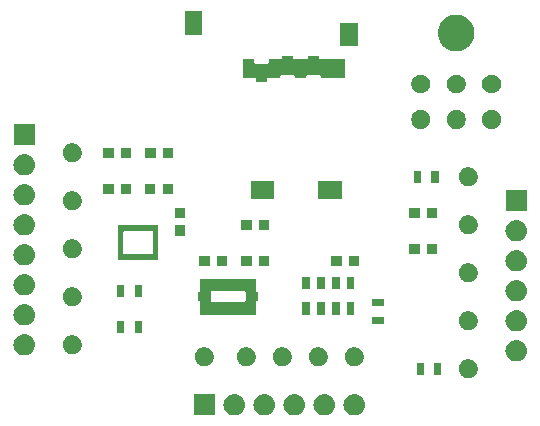
<source format=gbr>
G04 #@! TF.GenerationSoftware,KiCad,Pcbnew,(5.0.2)-1*
G04 #@! TF.CreationDate,2019-03-06T23:20:25-07:00*
G04 #@! TF.ProjectId,Sensor_Board,53656e73-6f72-45f4-926f-6172642e6b69,rev?*
G04 #@! TF.SameCoordinates,Original*
G04 #@! TF.FileFunction,Soldermask,Top*
G04 #@! TF.FilePolarity,Negative*
%FSLAX46Y46*%
G04 Gerber Fmt 4.6, Leading zero omitted, Abs format (unit mm)*
G04 Created by KiCad (PCBNEW (5.0.2)-1) date 2019-03-06 11:20:25 PM*
%MOMM*%
%LPD*%
G01*
G04 APERTURE LIST*
%ADD10C,0.100000*%
G04 APERTURE END LIST*
D10*
G36*
X100977000Y-119265000D02*
X99175000Y-119265000D01*
X99175000Y-117463000D01*
X100977000Y-117463000D01*
X100977000Y-119265000D01*
X100977000Y-119265000D01*
G37*
G36*
X110346442Y-117469518D02*
X110412627Y-117476037D01*
X110525853Y-117510384D01*
X110582467Y-117527557D01*
X110721087Y-117601652D01*
X110738991Y-117611222D01*
X110774729Y-117640552D01*
X110876186Y-117723814D01*
X110959448Y-117825271D01*
X110988778Y-117861009D01*
X110988779Y-117861011D01*
X111072443Y-118017533D01*
X111072443Y-118017534D01*
X111123963Y-118187373D01*
X111141359Y-118364000D01*
X111123963Y-118540627D01*
X111089616Y-118653853D01*
X111072443Y-118710467D01*
X110998348Y-118849087D01*
X110988778Y-118866991D01*
X110959448Y-118902729D01*
X110876186Y-119004186D01*
X110774729Y-119087448D01*
X110738991Y-119116778D01*
X110738989Y-119116779D01*
X110582467Y-119200443D01*
X110525853Y-119217616D01*
X110412627Y-119251963D01*
X110346443Y-119258481D01*
X110280260Y-119265000D01*
X110191740Y-119265000D01*
X110125557Y-119258481D01*
X110059373Y-119251963D01*
X109946147Y-119217616D01*
X109889533Y-119200443D01*
X109733011Y-119116779D01*
X109733009Y-119116778D01*
X109697271Y-119087448D01*
X109595814Y-119004186D01*
X109512552Y-118902729D01*
X109483222Y-118866991D01*
X109473652Y-118849087D01*
X109399557Y-118710467D01*
X109382384Y-118653853D01*
X109348037Y-118540627D01*
X109330641Y-118364000D01*
X109348037Y-118187373D01*
X109399557Y-118017534D01*
X109399557Y-118017533D01*
X109483221Y-117861011D01*
X109483222Y-117861009D01*
X109512552Y-117825271D01*
X109595814Y-117723814D01*
X109697271Y-117640552D01*
X109733009Y-117611222D01*
X109750913Y-117601652D01*
X109889533Y-117527557D01*
X109946147Y-117510384D01*
X110059373Y-117476037D01*
X110125558Y-117469518D01*
X110191740Y-117463000D01*
X110280260Y-117463000D01*
X110346442Y-117469518D01*
X110346442Y-117469518D01*
G37*
G36*
X112886442Y-117469518D02*
X112952627Y-117476037D01*
X113065853Y-117510384D01*
X113122467Y-117527557D01*
X113261087Y-117601652D01*
X113278991Y-117611222D01*
X113314729Y-117640552D01*
X113416186Y-117723814D01*
X113499448Y-117825271D01*
X113528778Y-117861009D01*
X113528779Y-117861011D01*
X113612443Y-118017533D01*
X113612443Y-118017534D01*
X113663963Y-118187373D01*
X113681359Y-118364000D01*
X113663963Y-118540627D01*
X113629616Y-118653853D01*
X113612443Y-118710467D01*
X113538348Y-118849087D01*
X113528778Y-118866991D01*
X113499448Y-118902729D01*
X113416186Y-119004186D01*
X113314729Y-119087448D01*
X113278991Y-119116778D01*
X113278989Y-119116779D01*
X113122467Y-119200443D01*
X113065853Y-119217616D01*
X112952627Y-119251963D01*
X112886443Y-119258481D01*
X112820260Y-119265000D01*
X112731740Y-119265000D01*
X112665557Y-119258481D01*
X112599373Y-119251963D01*
X112486147Y-119217616D01*
X112429533Y-119200443D01*
X112273011Y-119116779D01*
X112273009Y-119116778D01*
X112237271Y-119087448D01*
X112135814Y-119004186D01*
X112052552Y-118902729D01*
X112023222Y-118866991D01*
X112013652Y-118849087D01*
X111939557Y-118710467D01*
X111922384Y-118653853D01*
X111888037Y-118540627D01*
X111870641Y-118364000D01*
X111888037Y-118187373D01*
X111939557Y-118017534D01*
X111939557Y-118017533D01*
X112023221Y-117861011D01*
X112023222Y-117861009D01*
X112052552Y-117825271D01*
X112135814Y-117723814D01*
X112237271Y-117640552D01*
X112273009Y-117611222D01*
X112290913Y-117601652D01*
X112429533Y-117527557D01*
X112486147Y-117510384D01*
X112599373Y-117476037D01*
X112665558Y-117469518D01*
X112731740Y-117463000D01*
X112820260Y-117463000D01*
X112886442Y-117469518D01*
X112886442Y-117469518D01*
G37*
G36*
X107806442Y-117469518D02*
X107872627Y-117476037D01*
X107985853Y-117510384D01*
X108042467Y-117527557D01*
X108181087Y-117601652D01*
X108198991Y-117611222D01*
X108234729Y-117640552D01*
X108336186Y-117723814D01*
X108419448Y-117825271D01*
X108448778Y-117861009D01*
X108448779Y-117861011D01*
X108532443Y-118017533D01*
X108532443Y-118017534D01*
X108583963Y-118187373D01*
X108601359Y-118364000D01*
X108583963Y-118540627D01*
X108549616Y-118653853D01*
X108532443Y-118710467D01*
X108458348Y-118849087D01*
X108448778Y-118866991D01*
X108419448Y-118902729D01*
X108336186Y-119004186D01*
X108234729Y-119087448D01*
X108198991Y-119116778D01*
X108198989Y-119116779D01*
X108042467Y-119200443D01*
X107985853Y-119217616D01*
X107872627Y-119251963D01*
X107806443Y-119258481D01*
X107740260Y-119265000D01*
X107651740Y-119265000D01*
X107585557Y-119258481D01*
X107519373Y-119251963D01*
X107406147Y-119217616D01*
X107349533Y-119200443D01*
X107193011Y-119116779D01*
X107193009Y-119116778D01*
X107157271Y-119087448D01*
X107055814Y-119004186D01*
X106972552Y-118902729D01*
X106943222Y-118866991D01*
X106933652Y-118849087D01*
X106859557Y-118710467D01*
X106842384Y-118653853D01*
X106808037Y-118540627D01*
X106790641Y-118364000D01*
X106808037Y-118187373D01*
X106859557Y-118017534D01*
X106859557Y-118017533D01*
X106943221Y-117861011D01*
X106943222Y-117861009D01*
X106972552Y-117825271D01*
X107055814Y-117723814D01*
X107157271Y-117640552D01*
X107193009Y-117611222D01*
X107210913Y-117601652D01*
X107349533Y-117527557D01*
X107406147Y-117510384D01*
X107519373Y-117476037D01*
X107585558Y-117469518D01*
X107651740Y-117463000D01*
X107740260Y-117463000D01*
X107806442Y-117469518D01*
X107806442Y-117469518D01*
G37*
G36*
X102726442Y-117469518D02*
X102792627Y-117476037D01*
X102905853Y-117510384D01*
X102962467Y-117527557D01*
X103101087Y-117601652D01*
X103118991Y-117611222D01*
X103154729Y-117640552D01*
X103256186Y-117723814D01*
X103339448Y-117825271D01*
X103368778Y-117861009D01*
X103368779Y-117861011D01*
X103452443Y-118017533D01*
X103452443Y-118017534D01*
X103503963Y-118187373D01*
X103521359Y-118364000D01*
X103503963Y-118540627D01*
X103469616Y-118653853D01*
X103452443Y-118710467D01*
X103378348Y-118849087D01*
X103368778Y-118866991D01*
X103339448Y-118902729D01*
X103256186Y-119004186D01*
X103154729Y-119087448D01*
X103118991Y-119116778D01*
X103118989Y-119116779D01*
X102962467Y-119200443D01*
X102905853Y-119217616D01*
X102792627Y-119251963D01*
X102726443Y-119258481D01*
X102660260Y-119265000D01*
X102571740Y-119265000D01*
X102505557Y-119258481D01*
X102439373Y-119251963D01*
X102326147Y-119217616D01*
X102269533Y-119200443D01*
X102113011Y-119116779D01*
X102113009Y-119116778D01*
X102077271Y-119087448D01*
X101975814Y-119004186D01*
X101892552Y-118902729D01*
X101863222Y-118866991D01*
X101853652Y-118849087D01*
X101779557Y-118710467D01*
X101762384Y-118653853D01*
X101728037Y-118540627D01*
X101710641Y-118364000D01*
X101728037Y-118187373D01*
X101779557Y-118017534D01*
X101779557Y-118017533D01*
X101863221Y-117861011D01*
X101863222Y-117861009D01*
X101892552Y-117825271D01*
X101975814Y-117723814D01*
X102077271Y-117640552D01*
X102113009Y-117611222D01*
X102130913Y-117601652D01*
X102269533Y-117527557D01*
X102326147Y-117510384D01*
X102439373Y-117476037D01*
X102505558Y-117469518D01*
X102571740Y-117463000D01*
X102660260Y-117463000D01*
X102726442Y-117469518D01*
X102726442Y-117469518D01*
G37*
G36*
X105266442Y-117469518D02*
X105332627Y-117476037D01*
X105445853Y-117510384D01*
X105502467Y-117527557D01*
X105641087Y-117601652D01*
X105658991Y-117611222D01*
X105694729Y-117640552D01*
X105796186Y-117723814D01*
X105879448Y-117825271D01*
X105908778Y-117861009D01*
X105908779Y-117861011D01*
X105992443Y-118017533D01*
X105992443Y-118017534D01*
X106043963Y-118187373D01*
X106061359Y-118364000D01*
X106043963Y-118540627D01*
X106009616Y-118653853D01*
X105992443Y-118710467D01*
X105918348Y-118849087D01*
X105908778Y-118866991D01*
X105879448Y-118902729D01*
X105796186Y-119004186D01*
X105694729Y-119087448D01*
X105658991Y-119116778D01*
X105658989Y-119116779D01*
X105502467Y-119200443D01*
X105445853Y-119217616D01*
X105332627Y-119251963D01*
X105266443Y-119258481D01*
X105200260Y-119265000D01*
X105111740Y-119265000D01*
X105045557Y-119258481D01*
X104979373Y-119251963D01*
X104866147Y-119217616D01*
X104809533Y-119200443D01*
X104653011Y-119116779D01*
X104653009Y-119116778D01*
X104617271Y-119087448D01*
X104515814Y-119004186D01*
X104432552Y-118902729D01*
X104403222Y-118866991D01*
X104393652Y-118849087D01*
X104319557Y-118710467D01*
X104302384Y-118653853D01*
X104268037Y-118540627D01*
X104250641Y-118364000D01*
X104268037Y-118187373D01*
X104319557Y-118017534D01*
X104319557Y-118017533D01*
X104403221Y-117861011D01*
X104403222Y-117861009D01*
X104432552Y-117825271D01*
X104515814Y-117723814D01*
X104617271Y-117640552D01*
X104653009Y-117611222D01*
X104670913Y-117601652D01*
X104809533Y-117527557D01*
X104866147Y-117510384D01*
X104979373Y-117476037D01*
X105045558Y-117469518D01*
X105111740Y-117463000D01*
X105200260Y-117463000D01*
X105266442Y-117469518D01*
X105266442Y-117469518D01*
G37*
G36*
X122661643Y-114545781D02*
X122807415Y-114606162D01*
X122938611Y-114693824D01*
X123050176Y-114805389D01*
X123137838Y-114936585D01*
X123198219Y-115082357D01*
X123229000Y-115237107D01*
X123229000Y-115394893D01*
X123198219Y-115549643D01*
X123137838Y-115695415D01*
X123050176Y-115826611D01*
X122938611Y-115938176D01*
X122807415Y-116025838D01*
X122661643Y-116086219D01*
X122506893Y-116117000D01*
X122349107Y-116117000D01*
X122194357Y-116086219D01*
X122048585Y-116025838D01*
X121917389Y-115938176D01*
X121805824Y-115826611D01*
X121718162Y-115695415D01*
X121657781Y-115549643D01*
X121627000Y-115394893D01*
X121627000Y-115237107D01*
X121657781Y-115082357D01*
X121718162Y-114936585D01*
X121805824Y-114805389D01*
X121917389Y-114693824D01*
X122048585Y-114606162D01*
X122194357Y-114545781D01*
X122349107Y-114515000D01*
X122506893Y-114515000D01*
X122661643Y-114545781D01*
X122661643Y-114545781D01*
G37*
G36*
X120165000Y-115817000D02*
X119563000Y-115817000D01*
X119563000Y-114815000D01*
X120165000Y-114815000D01*
X120165000Y-115817000D01*
X120165000Y-115817000D01*
G37*
G36*
X118665000Y-115817000D02*
X118063000Y-115817000D01*
X118063000Y-114815000D01*
X118665000Y-114815000D01*
X118665000Y-115817000D01*
X118665000Y-115817000D01*
G37*
G36*
X113009643Y-113529781D02*
X113155415Y-113590162D01*
X113286611Y-113677824D01*
X113398176Y-113789389D01*
X113485838Y-113920585D01*
X113546219Y-114066357D01*
X113577000Y-114221107D01*
X113577000Y-114378893D01*
X113546219Y-114533643D01*
X113485838Y-114679415D01*
X113398176Y-114810611D01*
X113286611Y-114922176D01*
X113155415Y-115009838D01*
X113009643Y-115070219D01*
X112854893Y-115101000D01*
X112697107Y-115101000D01*
X112542357Y-115070219D01*
X112396585Y-115009838D01*
X112265389Y-114922176D01*
X112153824Y-114810611D01*
X112066162Y-114679415D01*
X112005781Y-114533643D01*
X111975000Y-114378893D01*
X111975000Y-114221107D01*
X112005781Y-114066357D01*
X112066162Y-113920585D01*
X112153824Y-113789389D01*
X112265389Y-113677824D01*
X112396585Y-113590162D01*
X112542357Y-113529781D01*
X112697107Y-113499000D01*
X112854893Y-113499000D01*
X113009643Y-113529781D01*
X113009643Y-113529781D01*
G37*
G36*
X103865643Y-113529781D02*
X104011415Y-113590162D01*
X104142611Y-113677824D01*
X104254176Y-113789389D01*
X104341838Y-113920585D01*
X104402219Y-114066357D01*
X104433000Y-114221107D01*
X104433000Y-114378893D01*
X104402219Y-114533643D01*
X104341838Y-114679415D01*
X104254176Y-114810611D01*
X104142611Y-114922176D01*
X104011415Y-115009838D01*
X103865643Y-115070219D01*
X103710893Y-115101000D01*
X103553107Y-115101000D01*
X103398357Y-115070219D01*
X103252585Y-115009838D01*
X103121389Y-114922176D01*
X103009824Y-114810611D01*
X102922162Y-114679415D01*
X102861781Y-114533643D01*
X102831000Y-114378893D01*
X102831000Y-114221107D01*
X102861781Y-114066357D01*
X102922162Y-113920585D01*
X103009824Y-113789389D01*
X103121389Y-113677824D01*
X103252585Y-113590162D01*
X103398357Y-113529781D01*
X103553107Y-113499000D01*
X103710893Y-113499000D01*
X103865643Y-113529781D01*
X103865643Y-113529781D01*
G37*
G36*
X109961643Y-113529781D02*
X110107415Y-113590162D01*
X110238611Y-113677824D01*
X110350176Y-113789389D01*
X110437838Y-113920585D01*
X110498219Y-114066357D01*
X110529000Y-114221107D01*
X110529000Y-114378893D01*
X110498219Y-114533643D01*
X110437838Y-114679415D01*
X110350176Y-114810611D01*
X110238611Y-114922176D01*
X110107415Y-115009838D01*
X109961643Y-115070219D01*
X109806893Y-115101000D01*
X109649107Y-115101000D01*
X109494357Y-115070219D01*
X109348585Y-115009838D01*
X109217389Y-114922176D01*
X109105824Y-114810611D01*
X109018162Y-114679415D01*
X108957781Y-114533643D01*
X108927000Y-114378893D01*
X108927000Y-114221107D01*
X108957781Y-114066357D01*
X109018162Y-113920585D01*
X109105824Y-113789389D01*
X109217389Y-113677824D01*
X109348585Y-113590162D01*
X109494357Y-113529781D01*
X109649107Y-113499000D01*
X109806893Y-113499000D01*
X109961643Y-113529781D01*
X109961643Y-113529781D01*
G37*
G36*
X106913643Y-113529781D02*
X107059415Y-113590162D01*
X107190611Y-113677824D01*
X107302176Y-113789389D01*
X107389838Y-113920585D01*
X107450219Y-114066357D01*
X107481000Y-114221107D01*
X107481000Y-114378893D01*
X107450219Y-114533643D01*
X107389838Y-114679415D01*
X107302176Y-114810611D01*
X107190611Y-114922176D01*
X107059415Y-115009838D01*
X106913643Y-115070219D01*
X106758893Y-115101000D01*
X106601107Y-115101000D01*
X106446357Y-115070219D01*
X106300585Y-115009838D01*
X106169389Y-114922176D01*
X106057824Y-114810611D01*
X105970162Y-114679415D01*
X105909781Y-114533643D01*
X105879000Y-114378893D01*
X105879000Y-114221107D01*
X105909781Y-114066357D01*
X105970162Y-113920585D01*
X106057824Y-113789389D01*
X106169389Y-113677824D01*
X106300585Y-113590162D01*
X106446357Y-113529781D01*
X106601107Y-113499000D01*
X106758893Y-113499000D01*
X106913643Y-113529781D01*
X106913643Y-113529781D01*
G37*
G36*
X100309643Y-113529781D02*
X100455415Y-113590162D01*
X100586611Y-113677824D01*
X100698176Y-113789389D01*
X100785838Y-113920585D01*
X100846219Y-114066357D01*
X100877000Y-114221107D01*
X100877000Y-114378893D01*
X100846219Y-114533643D01*
X100785838Y-114679415D01*
X100698176Y-114810611D01*
X100586611Y-114922176D01*
X100455415Y-115009838D01*
X100309643Y-115070219D01*
X100154893Y-115101000D01*
X99997107Y-115101000D01*
X99842357Y-115070219D01*
X99696585Y-115009838D01*
X99565389Y-114922176D01*
X99453824Y-114810611D01*
X99366162Y-114679415D01*
X99305781Y-114533643D01*
X99275000Y-114378893D01*
X99275000Y-114221107D01*
X99305781Y-114066357D01*
X99366162Y-113920585D01*
X99453824Y-113789389D01*
X99565389Y-113677824D01*
X99696585Y-113590162D01*
X99842357Y-113529781D01*
X99997107Y-113499000D01*
X100154893Y-113499000D01*
X100309643Y-113529781D01*
X100309643Y-113529781D01*
G37*
G36*
X126602442Y-112897518D02*
X126668627Y-112904037D01*
X126779049Y-112937533D01*
X126838467Y-112955557D01*
X126977087Y-113029652D01*
X126994991Y-113039222D01*
X127030729Y-113068552D01*
X127132186Y-113151814D01*
X127215448Y-113253271D01*
X127244778Y-113289009D01*
X127244779Y-113289011D01*
X127328443Y-113445533D01*
X127344662Y-113499000D01*
X127379963Y-113615373D01*
X127397359Y-113792000D01*
X127379963Y-113968627D01*
X127359289Y-114036779D01*
X127328443Y-114138467D01*
X127303570Y-114185000D01*
X127244778Y-114294991D01*
X127215448Y-114330729D01*
X127132186Y-114432186D01*
X127031275Y-114515000D01*
X126994991Y-114544778D01*
X126993113Y-114545782D01*
X126838467Y-114628443D01*
X126781853Y-114645616D01*
X126668627Y-114679963D01*
X126602443Y-114686481D01*
X126536260Y-114693000D01*
X126447740Y-114693000D01*
X126381557Y-114686481D01*
X126315373Y-114679963D01*
X126202147Y-114645616D01*
X126145533Y-114628443D01*
X125990887Y-114545782D01*
X125989009Y-114544778D01*
X125952725Y-114515000D01*
X125851814Y-114432186D01*
X125768552Y-114330729D01*
X125739222Y-114294991D01*
X125680430Y-114185000D01*
X125655557Y-114138467D01*
X125624711Y-114036779D01*
X125604037Y-113968627D01*
X125586641Y-113792000D01*
X125604037Y-113615373D01*
X125639338Y-113499000D01*
X125655557Y-113445533D01*
X125739221Y-113289011D01*
X125739222Y-113289009D01*
X125768552Y-113253271D01*
X125851814Y-113151814D01*
X125953271Y-113068552D01*
X125989009Y-113039222D01*
X126006913Y-113029652D01*
X126145533Y-112955557D01*
X126204951Y-112937533D01*
X126315373Y-112904037D01*
X126381558Y-112897518D01*
X126447740Y-112891000D01*
X126536260Y-112891000D01*
X126602442Y-112897518D01*
X126602442Y-112897518D01*
G37*
G36*
X84946443Y-112389519D02*
X85012627Y-112396037D01*
X85125853Y-112430384D01*
X85182467Y-112447557D01*
X85306363Y-112513782D01*
X85338991Y-112531222D01*
X85374729Y-112560552D01*
X85476186Y-112643814D01*
X85559448Y-112745271D01*
X85588778Y-112781009D01*
X85588779Y-112781011D01*
X85672443Y-112937533D01*
X85672443Y-112937534D01*
X85723963Y-113107373D01*
X85741359Y-113284000D01*
X85723963Y-113460627D01*
X85706667Y-113517643D01*
X85672443Y-113630467D01*
X85598348Y-113769087D01*
X85588778Y-113786991D01*
X85582524Y-113794611D01*
X85476186Y-113924186D01*
X85374729Y-114007448D01*
X85338991Y-114036778D01*
X85338989Y-114036779D01*
X85182467Y-114120443D01*
X85125853Y-114137616D01*
X85012627Y-114171963D01*
X84946442Y-114178482D01*
X84880260Y-114185000D01*
X84791740Y-114185000D01*
X84725558Y-114178482D01*
X84659373Y-114171963D01*
X84546147Y-114137616D01*
X84489533Y-114120443D01*
X84333011Y-114036779D01*
X84333009Y-114036778D01*
X84297271Y-114007448D01*
X84195814Y-113924186D01*
X84089476Y-113794611D01*
X84083222Y-113786991D01*
X84073652Y-113769087D01*
X83999557Y-113630467D01*
X83965333Y-113517643D01*
X83948037Y-113460627D01*
X83930641Y-113284000D01*
X83948037Y-113107373D01*
X83999557Y-112937534D01*
X83999557Y-112937533D01*
X84083221Y-112781011D01*
X84083222Y-112781009D01*
X84112552Y-112745271D01*
X84195814Y-112643814D01*
X84297271Y-112560552D01*
X84333009Y-112531222D01*
X84365637Y-112513782D01*
X84489533Y-112447557D01*
X84546147Y-112430384D01*
X84659373Y-112396037D01*
X84725557Y-112389519D01*
X84791740Y-112383000D01*
X84880260Y-112383000D01*
X84946443Y-112389519D01*
X84946443Y-112389519D01*
G37*
G36*
X89133643Y-112513781D02*
X89279415Y-112574162D01*
X89410611Y-112661824D01*
X89522176Y-112773389D01*
X89609838Y-112904585D01*
X89670219Y-113050357D01*
X89701000Y-113205107D01*
X89701000Y-113362893D01*
X89670219Y-113517643D01*
X89609838Y-113663415D01*
X89522176Y-113794611D01*
X89410611Y-113906176D01*
X89279415Y-113993838D01*
X89133643Y-114054219D01*
X88978893Y-114085000D01*
X88821107Y-114085000D01*
X88666357Y-114054219D01*
X88520585Y-113993838D01*
X88389389Y-113906176D01*
X88277824Y-113794611D01*
X88190162Y-113663415D01*
X88129781Y-113517643D01*
X88099000Y-113362893D01*
X88099000Y-113205107D01*
X88129781Y-113050357D01*
X88190162Y-112904585D01*
X88277824Y-112773389D01*
X88389389Y-112661824D01*
X88520585Y-112574162D01*
X88666357Y-112513781D01*
X88821107Y-112483000D01*
X88978893Y-112483000D01*
X89133643Y-112513781D01*
X89133643Y-112513781D01*
G37*
G36*
X94789000Y-112261000D02*
X94187000Y-112261000D01*
X94187000Y-111259000D01*
X94789000Y-111259000D01*
X94789000Y-112261000D01*
X94789000Y-112261000D01*
G37*
G36*
X93289000Y-112261000D02*
X92687000Y-112261000D01*
X92687000Y-111259000D01*
X93289000Y-111259000D01*
X93289000Y-112261000D01*
X93289000Y-112261000D01*
G37*
G36*
X126602443Y-110357519D02*
X126668627Y-110364037D01*
X126779049Y-110397533D01*
X126838467Y-110415557D01*
X126962363Y-110481782D01*
X126994991Y-110499222D01*
X127030729Y-110528552D01*
X127132186Y-110611814D01*
X127215448Y-110713271D01*
X127244778Y-110749009D01*
X127244779Y-110749011D01*
X127328443Y-110905533D01*
X127342235Y-110951000D01*
X127379963Y-111075373D01*
X127397359Y-111252000D01*
X127379963Y-111428627D01*
X127359289Y-111496779D01*
X127328443Y-111598467D01*
X127303570Y-111645000D01*
X127244778Y-111754991D01*
X127238524Y-111762611D01*
X127132186Y-111892186D01*
X127030729Y-111975448D01*
X126994991Y-112004778D01*
X126994989Y-112004779D01*
X126838467Y-112088443D01*
X126781853Y-112105616D01*
X126668627Y-112139963D01*
X126602443Y-112146481D01*
X126536260Y-112153000D01*
X126447740Y-112153000D01*
X126381557Y-112146481D01*
X126315373Y-112139963D01*
X126202147Y-112105616D01*
X126145533Y-112088443D01*
X125989011Y-112004779D01*
X125989009Y-112004778D01*
X125953271Y-111975448D01*
X125851814Y-111892186D01*
X125745476Y-111762611D01*
X125739222Y-111754991D01*
X125680430Y-111645000D01*
X125655557Y-111598467D01*
X125624711Y-111496779D01*
X125604037Y-111428627D01*
X125586641Y-111252000D01*
X125604037Y-111075373D01*
X125641765Y-110951000D01*
X125655557Y-110905533D01*
X125739221Y-110749011D01*
X125739222Y-110749009D01*
X125768552Y-110713271D01*
X125851814Y-110611814D01*
X125953271Y-110528552D01*
X125989009Y-110499222D01*
X126021637Y-110481782D01*
X126145533Y-110415557D01*
X126204951Y-110397533D01*
X126315373Y-110364037D01*
X126381557Y-110357519D01*
X126447740Y-110351000D01*
X126536260Y-110351000D01*
X126602443Y-110357519D01*
X126602443Y-110357519D01*
G37*
G36*
X122661643Y-110481781D02*
X122807415Y-110542162D01*
X122938611Y-110629824D01*
X123050176Y-110741389D01*
X123137838Y-110872585D01*
X123198219Y-111018357D01*
X123229000Y-111173107D01*
X123229000Y-111330893D01*
X123198219Y-111485643D01*
X123137838Y-111631415D01*
X123050176Y-111762611D01*
X122938611Y-111874176D01*
X122807415Y-111961838D01*
X122661643Y-112022219D01*
X122506893Y-112053000D01*
X122349107Y-112053000D01*
X122194357Y-112022219D01*
X122048585Y-111961838D01*
X121917389Y-111874176D01*
X121805824Y-111762611D01*
X121718162Y-111631415D01*
X121657781Y-111485643D01*
X121627000Y-111330893D01*
X121627000Y-111173107D01*
X121657781Y-111018357D01*
X121718162Y-110872585D01*
X121805824Y-110741389D01*
X121917389Y-110629824D01*
X122048585Y-110542162D01*
X122194357Y-110481781D01*
X122349107Y-110451000D01*
X122506893Y-110451000D01*
X122661643Y-110481781D01*
X122661643Y-110481781D01*
G37*
G36*
X84946443Y-109849519D02*
X85012627Y-109856037D01*
X85125853Y-109890384D01*
X85182467Y-109907557D01*
X85321087Y-109981652D01*
X85338991Y-109991222D01*
X85374729Y-110020552D01*
X85476186Y-110103814D01*
X85559448Y-110205271D01*
X85588778Y-110241009D01*
X85588779Y-110241011D01*
X85672443Y-110397533D01*
X85672443Y-110397534D01*
X85723963Y-110567373D01*
X85741359Y-110744000D01*
X85723963Y-110920627D01*
X85714749Y-110951000D01*
X85672443Y-111090467D01*
X85628270Y-111173107D01*
X85588778Y-111246991D01*
X85584667Y-111252000D01*
X85476186Y-111384186D01*
X85374729Y-111467448D01*
X85338991Y-111496778D01*
X85338989Y-111496779D01*
X85182467Y-111580443D01*
X85125853Y-111597616D01*
X85012627Y-111631963D01*
X84946443Y-111638481D01*
X84880260Y-111645000D01*
X84791740Y-111645000D01*
X84725557Y-111638481D01*
X84659373Y-111631963D01*
X84546147Y-111597616D01*
X84489533Y-111580443D01*
X84333011Y-111496779D01*
X84333009Y-111496778D01*
X84297271Y-111467448D01*
X84195814Y-111384186D01*
X84087333Y-111252000D01*
X84083222Y-111246991D01*
X84043730Y-111173107D01*
X83999557Y-111090467D01*
X83957251Y-110951000D01*
X83948037Y-110920627D01*
X83930641Y-110744000D01*
X83948037Y-110567373D01*
X83999557Y-110397534D01*
X83999557Y-110397533D01*
X84083221Y-110241011D01*
X84083222Y-110241009D01*
X84112552Y-110205271D01*
X84195814Y-110103814D01*
X84297271Y-110020552D01*
X84333009Y-109991222D01*
X84350913Y-109981652D01*
X84489533Y-109907557D01*
X84546147Y-109890384D01*
X84659373Y-109856037D01*
X84725557Y-109849519D01*
X84791740Y-109843000D01*
X84880260Y-109843000D01*
X84946443Y-109849519D01*
X84946443Y-109849519D01*
G37*
G36*
X115309000Y-111553000D02*
X114307000Y-111553000D01*
X114307000Y-110951000D01*
X115309000Y-110951000D01*
X115309000Y-111553000D01*
X115309000Y-111553000D01*
G37*
G36*
X112788000Y-110762000D02*
X112136000Y-110762000D01*
X112136000Y-109710000D01*
X112788000Y-109710000D01*
X112788000Y-110762000D01*
X112788000Y-110762000D01*
G37*
G36*
X111538000Y-110762000D02*
X110886000Y-110762000D01*
X110886000Y-109710000D01*
X111538000Y-109710000D01*
X111538000Y-110762000D01*
X111538000Y-110762000D01*
G37*
G36*
X110288000Y-110762000D02*
X109636000Y-110762000D01*
X109636000Y-109710000D01*
X110288000Y-109710000D01*
X110288000Y-110762000D01*
X110288000Y-110762000D01*
G37*
G36*
X109038000Y-110762000D02*
X108386000Y-110762000D01*
X108386000Y-109710000D01*
X109038000Y-109710000D01*
X109038000Y-110762000D01*
X109038000Y-110762000D01*
G37*
G36*
X104459000Y-108744000D02*
X104461402Y-108768386D01*
X104468515Y-108791835D01*
X104480066Y-108813446D01*
X104495612Y-108832388D01*
X104514554Y-108847934D01*
X104536165Y-108859485D01*
X104559614Y-108866598D01*
X104584000Y-108869000D01*
X104634000Y-108869000D01*
X104634000Y-109571000D01*
X104584000Y-109571000D01*
X104559614Y-109573402D01*
X104536165Y-109580515D01*
X104514554Y-109592066D01*
X104495612Y-109607612D01*
X104480066Y-109626554D01*
X104468515Y-109648165D01*
X104461402Y-109671614D01*
X104459000Y-109696000D01*
X104459000Y-110746000D01*
X99757000Y-110746000D01*
X99757000Y-109696000D01*
X99754598Y-109671614D01*
X99747485Y-109648165D01*
X99735934Y-109626554D01*
X99720388Y-109607612D01*
X99701446Y-109592066D01*
X99679835Y-109580515D01*
X99656386Y-109573402D01*
X99632000Y-109571000D01*
X99582000Y-109571000D01*
X99582000Y-108871000D01*
X100634000Y-108871000D01*
X100634000Y-109569000D01*
X100636402Y-109593386D01*
X100643515Y-109616835D01*
X100655066Y-109638446D01*
X100670612Y-109657388D01*
X100689554Y-109672934D01*
X100711165Y-109684485D01*
X100734614Y-109691598D01*
X100759000Y-109694000D01*
X103457000Y-109694000D01*
X103481386Y-109691598D01*
X103504835Y-109684485D01*
X103526446Y-109672934D01*
X103545388Y-109657388D01*
X103560934Y-109638446D01*
X103572485Y-109616835D01*
X103579598Y-109593386D01*
X103582000Y-109569000D01*
X103582000Y-108871000D01*
X103579598Y-108846614D01*
X103572485Y-108823165D01*
X103560934Y-108801554D01*
X103545388Y-108782612D01*
X103526446Y-108767066D01*
X103504835Y-108755515D01*
X103481386Y-108748402D01*
X103457000Y-108746000D01*
X100759000Y-108746000D01*
X100734614Y-108748402D01*
X100711165Y-108755515D01*
X100689554Y-108767066D01*
X100670612Y-108782612D01*
X100655066Y-108801554D01*
X100643515Y-108823165D01*
X100636402Y-108846614D01*
X100634000Y-108871000D01*
X99582000Y-108871000D01*
X99582000Y-108869000D01*
X99632000Y-108869000D01*
X99656386Y-108866598D01*
X99679835Y-108859485D01*
X99701446Y-108847934D01*
X99720388Y-108832388D01*
X99735934Y-108813446D01*
X99747485Y-108791835D01*
X99754598Y-108768386D01*
X99757000Y-108744000D01*
X99757000Y-107694000D01*
X104459000Y-107694000D01*
X104459000Y-108744000D01*
X104459000Y-108744000D01*
G37*
G36*
X115309000Y-110053000D02*
X114307000Y-110053000D01*
X114307000Y-109451000D01*
X115309000Y-109451000D01*
X115309000Y-110053000D01*
X115309000Y-110053000D01*
G37*
G36*
X89133643Y-108449781D02*
X89279415Y-108510162D01*
X89410611Y-108597824D01*
X89522176Y-108709389D01*
X89609838Y-108840585D01*
X89670219Y-108986357D01*
X89701000Y-109141107D01*
X89701000Y-109298893D01*
X89670219Y-109453643D01*
X89609838Y-109599415D01*
X89522176Y-109730611D01*
X89410611Y-109842176D01*
X89279415Y-109929838D01*
X89133643Y-109990219D01*
X88978893Y-110021000D01*
X88821107Y-110021000D01*
X88666357Y-109990219D01*
X88520585Y-109929838D01*
X88389389Y-109842176D01*
X88277824Y-109730611D01*
X88190162Y-109599415D01*
X88129781Y-109453643D01*
X88099000Y-109298893D01*
X88099000Y-109141107D01*
X88129781Y-108986357D01*
X88190162Y-108840585D01*
X88277824Y-108709389D01*
X88389389Y-108597824D01*
X88520585Y-108510162D01*
X88666357Y-108449781D01*
X88821107Y-108419000D01*
X88978893Y-108419000D01*
X89133643Y-108449781D01*
X89133643Y-108449781D01*
G37*
G36*
X126602443Y-107817519D02*
X126668627Y-107824037D01*
X126779049Y-107857533D01*
X126838467Y-107875557D01*
X126977087Y-107949652D01*
X126994991Y-107959222D01*
X127030729Y-107988552D01*
X127132186Y-108071814D01*
X127215448Y-108173271D01*
X127244778Y-108209009D01*
X127244779Y-108209011D01*
X127328443Y-108365533D01*
X127344662Y-108419000D01*
X127379963Y-108535373D01*
X127397359Y-108712000D01*
X127379963Y-108888627D01*
X127359289Y-108956779D01*
X127328443Y-109058467D01*
X127303570Y-109105000D01*
X127244778Y-109214991D01*
X127215448Y-109250729D01*
X127132186Y-109352186D01*
X127030729Y-109435448D01*
X126994991Y-109464778D01*
X126994989Y-109464779D01*
X126838467Y-109548443D01*
X126781853Y-109565616D01*
X126668627Y-109599963D01*
X126602442Y-109606482D01*
X126536260Y-109613000D01*
X126447740Y-109613000D01*
X126381558Y-109606482D01*
X126315373Y-109599963D01*
X126202147Y-109565616D01*
X126145533Y-109548443D01*
X125989011Y-109464779D01*
X125989009Y-109464778D01*
X125953271Y-109435448D01*
X125851814Y-109352186D01*
X125768552Y-109250729D01*
X125739222Y-109214991D01*
X125680430Y-109105000D01*
X125655557Y-109058467D01*
X125624711Y-108956779D01*
X125604037Y-108888627D01*
X125586641Y-108712000D01*
X125604037Y-108535373D01*
X125639338Y-108419000D01*
X125655557Y-108365533D01*
X125739221Y-108209011D01*
X125739222Y-108209009D01*
X125768552Y-108173271D01*
X125851814Y-108071814D01*
X125953271Y-107988552D01*
X125989009Y-107959222D01*
X126006913Y-107949652D01*
X126145533Y-107875557D01*
X126204951Y-107857533D01*
X126315373Y-107824037D01*
X126381557Y-107817519D01*
X126447740Y-107811000D01*
X126536260Y-107811000D01*
X126602443Y-107817519D01*
X126602443Y-107817519D01*
G37*
G36*
X94789000Y-109213000D02*
X94187000Y-109213000D01*
X94187000Y-108211000D01*
X94789000Y-108211000D01*
X94789000Y-109213000D01*
X94789000Y-109213000D01*
G37*
G36*
X93289000Y-109213000D02*
X92687000Y-109213000D01*
X92687000Y-108211000D01*
X93289000Y-108211000D01*
X93289000Y-109213000D01*
X93289000Y-109213000D01*
G37*
G36*
X84946442Y-107309518D02*
X85012627Y-107316037D01*
X85125853Y-107350384D01*
X85182467Y-107367557D01*
X85283653Y-107421643D01*
X85338991Y-107451222D01*
X85374729Y-107480552D01*
X85476186Y-107563814D01*
X85559448Y-107665271D01*
X85588778Y-107701009D01*
X85588779Y-107701011D01*
X85672443Y-107857533D01*
X85672443Y-107857534D01*
X85723963Y-108027373D01*
X85741359Y-108204000D01*
X85723963Y-108380627D01*
X85702985Y-108449781D01*
X85672443Y-108550467D01*
X85639552Y-108612000D01*
X85588778Y-108706991D01*
X85584667Y-108712000D01*
X85476186Y-108844186D01*
X85374729Y-108927448D01*
X85338991Y-108956778D01*
X85338989Y-108956779D01*
X85182467Y-109040443D01*
X85125853Y-109057616D01*
X85012627Y-109091963D01*
X84946443Y-109098481D01*
X84880260Y-109105000D01*
X84791740Y-109105000D01*
X84725557Y-109098481D01*
X84659373Y-109091963D01*
X84546147Y-109057616D01*
X84489533Y-109040443D01*
X84333011Y-108956779D01*
X84333009Y-108956778D01*
X84297271Y-108927448D01*
X84195814Y-108844186D01*
X84087333Y-108712000D01*
X84083222Y-108706991D01*
X84032448Y-108612000D01*
X83999557Y-108550467D01*
X83969015Y-108449781D01*
X83948037Y-108380627D01*
X83930641Y-108204000D01*
X83948037Y-108027373D01*
X83999557Y-107857534D01*
X83999557Y-107857533D01*
X84083221Y-107701011D01*
X84083222Y-107701009D01*
X84112552Y-107665271D01*
X84195814Y-107563814D01*
X84297271Y-107480552D01*
X84333009Y-107451222D01*
X84388347Y-107421643D01*
X84489533Y-107367557D01*
X84546147Y-107350384D01*
X84659373Y-107316037D01*
X84725558Y-107309518D01*
X84791740Y-107303000D01*
X84880260Y-107303000D01*
X84946442Y-107309518D01*
X84946442Y-107309518D01*
G37*
G36*
X110288000Y-108612000D02*
X109636000Y-108612000D01*
X109636000Y-107560000D01*
X110288000Y-107560000D01*
X110288000Y-108612000D01*
X110288000Y-108612000D01*
G37*
G36*
X112788000Y-108612000D02*
X112136000Y-108612000D01*
X112136000Y-107560000D01*
X112788000Y-107560000D01*
X112788000Y-108612000D01*
X112788000Y-108612000D01*
G37*
G36*
X111538000Y-108612000D02*
X110886000Y-108612000D01*
X110886000Y-107560000D01*
X111538000Y-107560000D01*
X111538000Y-108612000D01*
X111538000Y-108612000D01*
G37*
G36*
X109038000Y-108612000D02*
X108386000Y-108612000D01*
X108386000Y-107560000D01*
X109038000Y-107560000D01*
X109038000Y-108612000D01*
X109038000Y-108612000D01*
G37*
G36*
X122661643Y-106417781D02*
X122807415Y-106478162D01*
X122938611Y-106565824D01*
X123050176Y-106677389D01*
X123137838Y-106808585D01*
X123198219Y-106954357D01*
X123229000Y-107109107D01*
X123229000Y-107266893D01*
X123198219Y-107421643D01*
X123137838Y-107567415D01*
X123050176Y-107698611D01*
X122938611Y-107810176D01*
X122807415Y-107897838D01*
X122661643Y-107958219D01*
X122506893Y-107989000D01*
X122349107Y-107989000D01*
X122194357Y-107958219D01*
X122048585Y-107897838D01*
X121917389Y-107810176D01*
X121805824Y-107698611D01*
X121718162Y-107567415D01*
X121657781Y-107421643D01*
X121627000Y-107266893D01*
X121627000Y-107109107D01*
X121657781Y-106954357D01*
X121718162Y-106808585D01*
X121805824Y-106677389D01*
X121917389Y-106565824D01*
X122048585Y-106478162D01*
X122194357Y-106417781D01*
X122349107Y-106387000D01*
X122506893Y-106387000D01*
X122661643Y-106417781D01*
X122661643Y-106417781D01*
G37*
G36*
X126602443Y-105277519D02*
X126668627Y-105284037D01*
X126779049Y-105317533D01*
X126838467Y-105335557D01*
X126939653Y-105389643D01*
X126994991Y-105419222D01*
X127030729Y-105448552D01*
X127132186Y-105531814D01*
X127196669Y-105610388D01*
X127244778Y-105669009D01*
X127244779Y-105669011D01*
X127328443Y-105825533D01*
X127340669Y-105865837D01*
X127379963Y-105995373D01*
X127397359Y-106172000D01*
X127379963Y-106348627D01*
X127359289Y-106416779D01*
X127328443Y-106518467D01*
X127285931Y-106598000D01*
X127244778Y-106674991D01*
X127215448Y-106710729D01*
X127132186Y-106812186D01*
X127030729Y-106895448D01*
X126994991Y-106924778D01*
X126994989Y-106924779D01*
X126838467Y-107008443D01*
X126781853Y-107025616D01*
X126668627Y-107059963D01*
X126602443Y-107066481D01*
X126536260Y-107073000D01*
X126447740Y-107073000D01*
X126381557Y-107066481D01*
X126315373Y-107059963D01*
X126202147Y-107025616D01*
X126145533Y-107008443D01*
X125989011Y-106924779D01*
X125989009Y-106924778D01*
X125953271Y-106895448D01*
X125851814Y-106812186D01*
X125768552Y-106710729D01*
X125739222Y-106674991D01*
X125698069Y-106598000D01*
X125655557Y-106518467D01*
X125624711Y-106416779D01*
X125604037Y-106348627D01*
X125586641Y-106172000D01*
X125604037Y-105995373D01*
X125643331Y-105865837D01*
X125655557Y-105825533D01*
X125739221Y-105669011D01*
X125739222Y-105669009D01*
X125787331Y-105610388D01*
X125851814Y-105531814D01*
X125953271Y-105448552D01*
X125989009Y-105419222D01*
X126044347Y-105389643D01*
X126145533Y-105335557D01*
X126204951Y-105317533D01*
X126315373Y-105284037D01*
X126381557Y-105277519D01*
X126447740Y-105271000D01*
X126536260Y-105271000D01*
X126602443Y-105277519D01*
X126602443Y-105277519D01*
G37*
G36*
X111727000Y-106598000D02*
X110825000Y-106598000D01*
X110825000Y-105746000D01*
X111727000Y-105746000D01*
X111727000Y-106598000D01*
X111727000Y-106598000D01*
G37*
G36*
X104107000Y-106598000D02*
X103205000Y-106598000D01*
X103205000Y-105746000D01*
X104107000Y-105746000D01*
X104107000Y-106598000D01*
X104107000Y-106598000D01*
G37*
G36*
X102051000Y-106598000D02*
X101149000Y-106598000D01*
X101149000Y-105746000D01*
X102051000Y-105746000D01*
X102051000Y-106598000D01*
X102051000Y-106598000D01*
G37*
G36*
X113227000Y-106598000D02*
X112325000Y-106598000D01*
X112325000Y-105746000D01*
X113227000Y-105746000D01*
X113227000Y-106598000D01*
X113227000Y-106598000D01*
G37*
G36*
X100551000Y-106598000D02*
X99649000Y-106598000D01*
X99649000Y-105746000D01*
X100551000Y-105746000D01*
X100551000Y-106598000D01*
X100551000Y-106598000D01*
G37*
G36*
X105607000Y-106598000D02*
X104705000Y-106598000D01*
X104705000Y-105746000D01*
X105607000Y-105746000D01*
X105607000Y-106598000D01*
X105607000Y-106598000D01*
G37*
G36*
X84946442Y-104769518D02*
X85012627Y-104776037D01*
X85125853Y-104810384D01*
X85182467Y-104827557D01*
X85321087Y-104901652D01*
X85338991Y-104911222D01*
X85374729Y-104940552D01*
X85476186Y-105023814D01*
X85559448Y-105125271D01*
X85588778Y-105161009D01*
X85588779Y-105161011D01*
X85672443Y-105317533D01*
X85672443Y-105317534D01*
X85723963Y-105487373D01*
X85741359Y-105664000D01*
X85723963Y-105840627D01*
X85716315Y-105865838D01*
X85672443Y-106010467D01*
X85625120Y-106099000D01*
X85588778Y-106166991D01*
X85584667Y-106172000D01*
X85476186Y-106304186D01*
X85375275Y-106387000D01*
X85338991Y-106416778D01*
X85337113Y-106417782D01*
X85182467Y-106500443D01*
X85125853Y-106517616D01*
X85012627Y-106551963D01*
X84946442Y-106558482D01*
X84880260Y-106565000D01*
X84791740Y-106565000D01*
X84725558Y-106558482D01*
X84659373Y-106551963D01*
X84546147Y-106517616D01*
X84489533Y-106500443D01*
X84334887Y-106417782D01*
X84333009Y-106416778D01*
X84296725Y-106387000D01*
X84195814Y-106304186D01*
X84087333Y-106172000D01*
X84083222Y-106166991D01*
X84046880Y-106099000D01*
X83999557Y-106010467D01*
X83955685Y-105865838D01*
X83948037Y-105840627D01*
X83930641Y-105664000D01*
X83948037Y-105487373D01*
X83999557Y-105317534D01*
X83999557Y-105317533D01*
X84083221Y-105161011D01*
X84083222Y-105161009D01*
X84112552Y-105125271D01*
X84195814Y-105023814D01*
X84297271Y-104940552D01*
X84333009Y-104911222D01*
X84350913Y-104901652D01*
X84489533Y-104827557D01*
X84546147Y-104810384D01*
X84659373Y-104776037D01*
X84725558Y-104769518D01*
X84791740Y-104763000D01*
X84880260Y-104763000D01*
X84946442Y-104769518D01*
X84946442Y-104769518D01*
G37*
G36*
X96159000Y-103712000D02*
X96161402Y-103736386D01*
X96168515Y-103759835D01*
X96180066Y-103781446D01*
X96189000Y-103792332D01*
X96189000Y-105503668D01*
X96180066Y-105514554D01*
X96168515Y-105536165D01*
X96161402Y-105559614D01*
X96159000Y-105584000D01*
X96159000Y-106099000D01*
X92817000Y-106099000D01*
X92817000Y-105584000D01*
X92814598Y-105559614D01*
X92807485Y-105536165D01*
X92795934Y-105514554D01*
X92787000Y-105503668D01*
X92787000Y-103792332D01*
X92795934Y-103781446D01*
X92799913Y-103774000D01*
X93239000Y-103774000D01*
X93239000Y-105522000D01*
X93241402Y-105546386D01*
X93248515Y-105569835D01*
X93260066Y-105591446D01*
X93275612Y-105610388D01*
X93294554Y-105625934D01*
X93316165Y-105637485D01*
X93339614Y-105644598D01*
X93364000Y-105647000D01*
X95612000Y-105647000D01*
X95636386Y-105644598D01*
X95659835Y-105637485D01*
X95681446Y-105625934D01*
X95700388Y-105610388D01*
X95715934Y-105591446D01*
X95727485Y-105569835D01*
X95734598Y-105546386D01*
X95737000Y-105522000D01*
X95737000Y-103774000D01*
X95734598Y-103749614D01*
X95727485Y-103726165D01*
X95715934Y-103704554D01*
X95700388Y-103685612D01*
X95681446Y-103670066D01*
X95659835Y-103658515D01*
X95636386Y-103651402D01*
X95612000Y-103649000D01*
X93364000Y-103649000D01*
X93339614Y-103651402D01*
X93316165Y-103658515D01*
X93294554Y-103670066D01*
X93275612Y-103685612D01*
X93260066Y-103704554D01*
X93248515Y-103726165D01*
X93241402Y-103749614D01*
X93239000Y-103774000D01*
X92799913Y-103774000D01*
X92807485Y-103759835D01*
X92814598Y-103736386D01*
X92817000Y-103712000D01*
X92817000Y-103197000D01*
X96159000Y-103197000D01*
X96159000Y-103712000D01*
X96159000Y-103712000D01*
G37*
G36*
X89133643Y-104385781D02*
X89279415Y-104446162D01*
X89410611Y-104533824D01*
X89522176Y-104645389D01*
X89609838Y-104776585D01*
X89670219Y-104922357D01*
X89701000Y-105077107D01*
X89701000Y-105234893D01*
X89670219Y-105389643D01*
X89609838Y-105535415D01*
X89522176Y-105666611D01*
X89410611Y-105778176D01*
X89279415Y-105865838D01*
X89133643Y-105926219D01*
X88978893Y-105957000D01*
X88821107Y-105957000D01*
X88666357Y-105926219D01*
X88520585Y-105865838D01*
X88389389Y-105778176D01*
X88277824Y-105666611D01*
X88190162Y-105535415D01*
X88129781Y-105389643D01*
X88099000Y-105234893D01*
X88099000Y-105077107D01*
X88129781Y-104922357D01*
X88190162Y-104776585D01*
X88277824Y-104645389D01*
X88389389Y-104533824D01*
X88520585Y-104446162D01*
X88666357Y-104385781D01*
X88821107Y-104355000D01*
X88978893Y-104355000D01*
X89133643Y-104385781D01*
X89133643Y-104385781D01*
G37*
G36*
X119831000Y-105582000D02*
X118929000Y-105582000D01*
X118929000Y-104730000D01*
X119831000Y-104730000D01*
X119831000Y-105582000D01*
X119831000Y-105582000D01*
G37*
G36*
X118331000Y-105582000D02*
X117429000Y-105582000D01*
X117429000Y-104730000D01*
X118331000Y-104730000D01*
X118331000Y-105582000D01*
X118331000Y-105582000D01*
G37*
G36*
X126602443Y-102737519D02*
X126668627Y-102744037D01*
X126779049Y-102777533D01*
X126838467Y-102795557D01*
X126977087Y-102869652D01*
X126994991Y-102879222D01*
X127030729Y-102908552D01*
X127132186Y-102991814D01*
X127215448Y-103093271D01*
X127244778Y-103129009D01*
X127244779Y-103129011D01*
X127328443Y-103285533D01*
X127345616Y-103342147D01*
X127379963Y-103455373D01*
X127397359Y-103632000D01*
X127379963Y-103808627D01*
X127359289Y-103876779D01*
X127328443Y-103978467D01*
X127303570Y-104025000D01*
X127244778Y-104134991D01*
X127216867Y-104169000D01*
X127132186Y-104272186D01*
X127031275Y-104355000D01*
X126994991Y-104384778D01*
X126993113Y-104385782D01*
X126838467Y-104468443D01*
X126781853Y-104485616D01*
X126668627Y-104519963D01*
X126602443Y-104526481D01*
X126536260Y-104533000D01*
X126447740Y-104533000D01*
X126381557Y-104526481D01*
X126315373Y-104519963D01*
X126202147Y-104485616D01*
X126145533Y-104468443D01*
X125990887Y-104385782D01*
X125989009Y-104384778D01*
X125952725Y-104355000D01*
X125851814Y-104272186D01*
X125767133Y-104169000D01*
X125739222Y-104134991D01*
X125680430Y-104025000D01*
X125655557Y-103978467D01*
X125624711Y-103876779D01*
X125604037Y-103808627D01*
X125586641Y-103632000D01*
X125604037Y-103455373D01*
X125638384Y-103342147D01*
X125655557Y-103285533D01*
X125739221Y-103129011D01*
X125739222Y-103129009D01*
X125768552Y-103093271D01*
X125851814Y-102991814D01*
X125953271Y-102908552D01*
X125989009Y-102879222D01*
X126006913Y-102869652D01*
X126145533Y-102795557D01*
X126204951Y-102777533D01*
X126315373Y-102744037D01*
X126381557Y-102737519D01*
X126447740Y-102731000D01*
X126536260Y-102731000D01*
X126602443Y-102737519D01*
X126602443Y-102737519D01*
G37*
G36*
X98470000Y-104083000D02*
X97618000Y-104083000D01*
X97618000Y-103181000D01*
X98470000Y-103181000D01*
X98470000Y-104083000D01*
X98470000Y-104083000D01*
G37*
G36*
X84946443Y-102229519D02*
X85012627Y-102236037D01*
X85125853Y-102270384D01*
X85182467Y-102287557D01*
X85306363Y-102353782D01*
X85338991Y-102371222D01*
X85374729Y-102400552D01*
X85476186Y-102483814D01*
X85557585Y-102583000D01*
X85588778Y-102621009D01*
X85588779Y-102621011D01*
X85672443Y-102777533D01*
X85672443Y-102777534D01*
X85723963Y-102947373D01*
X85741359Y-103124000D01*
X85723963Y-103300627D01*
X85706667Y-103357643D01*
X85672443Y-103470467D01*
X85654831Y-103503416D01*
X85588778Y-103626991D01*
X85568744Y-103651402D01*
X85476186Y-103764186D01*
X85374729Y-103847448D01*
X85338991Y-103876778D01*
X85338989Y-103876779D01*
X85182467Y-103960443D01*
X85125853Y-103977616D01*
X85012627Y-104011963D01*
X84946443Y-104018481D01*
X84880260Y-104025000D01*
X84791740Y-104025000D01*
X84725557Y-104018481D01*
X84659373Y-104011963D01*
X84546147Y-103977616D01*
X84489533Y-103960443D01*
X84333011Y-103876779D01*
X84333009Y-103876778D01*
X84297271Y-103847448D01*
X84195814Y-103764186D01*
X84103256Y-103651402D01*
X84083222Y-103626991D01*
X84017169Y-103503416D01*
X83999557Y-103470467D01*
X83965333Y-103357643D01*
X83948037Y-103300627D01*
X83930641Y-103124000D01*
X83948037Y-102947373D01*
X83999557Y-102777534D01*
X83999557Y-102777533D01*
X84083221Y-102621011D01*
X84083222Y-102621009D01*
X84114415Y-102583000D01*
X84195814Y-102483814D01*
X84297271Y-102400552D01*
X84333009Y-102371222D01*
X84365637Y-102353782D01*
X84489533Y-102287557D01*
X84546147Y-102270384D01*
X84659373Y-102236037D01*
X84725557Y-102229519D01*
X84791740Y-102223000D01*
X84880260Y-102223000D01*
X84946443Y-102229519D01*
X84946443Y-102229519D01*
G37*
G36*
X122661643Y-102353781D02*
X122807415Y-102414162D01*
X122938611Y-102501824D01*
X123050176Y-102613389D01*
X123137838Y-102744585D01*
X123198219Y-102890357D01*
X123229000Y-103045107D01*
X123229000Y-103202893D01*
X123198219Y-103357643D01*
X123137838Y-103503415D01*
X123050176Y-103634611D01*
X122938611Y-103746176D01*
X122807415Y-103833838D01*
X122661643Y-103894219D01*
X122506893Y-103925000D01*
X122349107Y-103925000D01*
X122194357Y-103894219D01*
X122048585Y-103833838D01*
X121917389Y-103746176D01*
X121805824Y-103634611D01*
X121718162Y-103503415D01*
X121657781Y-103357643D01*
X121627000Y-103202893D01*
X121627000Y-103045107D01*
X121657781Y-102890357D01*
X121718162Y-102744585D01*
X121805824Y-102613389D01*
X121917389Y-102501824D01*
X122048585Y-102414162D01*
X122194357Y-102353781D01*
X122349107Y-102323000D01*
X122506893Y-102323000D01*
X122661643Y-102353781D01*
X122661643Y-102353781D01*
G37*
G36*
X105607000Y-103550000D02*
X104705000Y-103550000D01*
X104705000Y-102698000D01*
X105607000Y-102698000D01*
X105607000Y-103550000D01*
X105607000Y-103550000D01*
G37*
G36*
X104107000Y-103550000D02*
X103205000Y-103550000D01*
X103205000Y-102698000D01*
X104107000Y-102698000D01*
X104107000Y-103550000D01*
X104107000Y-103550000D01*
G37*
G36*
X98470000Y-102583000D02*
X97618000Y-102583000D01*
X97618000Y-101681000D01*
X98470000Y-101681000D01*
X98470000Y-102583000D01*
X98470000Y-102583000D01*
G37*
G36*
X118331000Y-102534000D02*
X117429000Y-102534000D01*
X117429000Y-101682000D01*
X118331000Y-101682000D01*
X118331000Y-102534000D01*
X118331000Y-102534000D01*
G37*
G36*
X119831000Y-102534000D02*
X118929000Y-102534000D01*
X118929000Y-101682000D01*
X119831000Y-101682000D01*
X119831000Y-102534000D01*
X119831000Y-102534000D01*
G37*
G36*
X127393000Y-101993000D02*
X125591000Y-101993000D01*
X125591000Y-100191000D01*
X127393000Y-100191000D01*
X127393000Y-101993000D01*
X127393000Y-101993000D01*
G37*
G36*
X89133643Y-100321781D02*
X89279415Y-100382162D01*
X89410611Y-100469824D01*
X89522176Y-100581389D01*
X89609838Y-100712585D01*
X89670219Y-100858357D01*
X89701000Y-101013107D01*
X89701000Y-101170893D01*
X89670219Y-101325643D01*
X89609838Y-101471415D01*
X89522176Y-101602611D01*
X89410611Y-101714176D01*
X89279415Y-101801838D01*
X89133643Y-101862219D01*
X88978893Y-101893000D01*
X88821107Y-101893000D01*
X88666357Y-101862219D01*
X88520585Y-101801838D01*
X88389389Y-101714176D01*
X88277824Y-101602611D01*
X88190162Y-101471415D01*
X88129781Y-101325643D01*
X88099000Y-101170893D01*
X88099000Y-101013107D01*
X88129781Y-100858357D01*
X88190162Y-100712585D01*
X88277824Y-100581389D01*
X88389389Y-100469824D01*
X88520585Y-100382162D01*
X88666357Y-100321781D01*
X88821107Y-100291000D01*
X88978893Y-100291000D01*
X89133643Y-100321781D01*
X89133643Y-100321781D01*
G37*
G36*
X84946442Y-99689518D02*
X85012627Y-99696037D01*
X85125853Y-99730384D01*
X85182467Y-99747557D01*
X85321087Y-99821652D01*
X85338991Y-99831222D01*
X85374729Y-99860552D01*
X85476186Y-99943814D01*
X85559448Y-100045271D01*
X85588778Y-100081009D01*
X85588779Y-100081011D01*
X85672443Y-100237533D01*
X85672443Y-100237534D01*
X85723963Y-100407373D01*
X85741359Y-100584000D01*
X85723963Y-100760627D01*
X85694317Y-100858357D01*
X85672443Y-100930467D01*
X85670020Y-100935000D01*
X85588778Y-101086991D01*
X85559448Y-101122729D01*
X85476186Y-101224186D01*
X85374729Y-101307448D01*
X85338991Y-101336778D01*
X85338989Y-101336779D01*
X85182467Y-101420443D01*
X85125853Y-101437616D01*
X85012627Y-101471963D01*
X84946443Y-101478481D01*
X84880260Y-101485000D01*
X84791740Y-101485000D01*
X84725557Y-101478481D01*
X84659373Y-101471963D01*
X84546147Y-101437616D01*
X84489533Y-101420443D01*
X84333011Y-101336779D01*
X84333009Y-101336778D01*
X84297271Y-101307448D01*
X84195814Y-101224186D01*
X84112552Y-101122729D01*
X84083222Y-101086991D01*
X84001980Y-100935000D01*
X83999557Y-100930467D01*
X83977683Y-100858357D01*
X83948037Y-100760627D01*
X83930641Y-100584000D01*
X83948037Y-100407373D01*
X83999557Y-100237534D01*
X83999557Y-100237533D01*
X84083221Y-100081011D01*
X84083222Y-100081009D01*
X84112552Y-100045271D01*
X84195814Y-99943814D01*
X84297271Y-99860552D01*
X84333009Y-99831222D01*
X84350913Y-99821652D01*
X84489533Y-99747557D01*
X84546147Y-99730384D01*
X84659373Y-99696037D01*
X84725558Y-99689518D01*
X84791740Y-99683000D01*
X84880260Y-99683000D01*
X84946442Y-99689518D01*
X84946442Y-99689518D01*
G37*
G36*
X111727000Y-100935000D02*
X109725000Y-100935000D01*
X109725000Y-99433000D01*
X111727000Y-99433000D01*
X111727000Y-100935000D01*
X111727000Y-100935000D01*
G37*
G36*
X106027000Y-100935000D02*
X104025000Y-100935000D01*
X104025000Y-99433000D01*
X106027000Y-99433000D01*
X106027000Y-100935000D01*
X106027000Y-100935000D01*
G37*
G36*
X97455000Y-100502000D02*
X96553000Y-100502000D01*
X96553000Y-99650000D01*
X97455000Y-99650000D01*
X97455000Y-100502000D01*
X97455000Y-100502000D01*
G37*
G36*
X95955000Y-100502000D02*
X95053000Y-100502000D01*
X95053000Y-99650000D01*
X95955000Y-99650000D01*
X95955000Y-100502000D01*
X95955000Y-100502000D01*
G37*
G36*
X93923000Y-100502000D02*
X93021000Y-100502000D01*
X93021000Y-99650000D01*
X93923000Y-99650000D01*
X93923000Y-100502000D01*
X93923000Y-100502000D01*
G37*
G36*
X92423000Y-100502000D02*
X91521000Y-100502000D01*
X91521000Y-99650000D01*
X92423000Y-99650000D01*
X92423000Y-100502000D01*
X92423000Y-100502000D01*
G37*
G36*
X122661643Y-98289781D02*
X122807415Y-98350162D01*
X122938611Y-98437824D01*
X123050176Y-98549389D01*
X123137838Y-98680585D01*
X123198219Y-98826357D01*
X123229000Y-98981107D01*
X123229000Y-99138893D01*
X123198219Y-99293643D01*
X123137838Y-99439415D01*
X123050176Y-99570611D01*
X122938611Y-99682176D01*
X122807415Y-99769838D01*
X122661643Y-99830219D01*
X122506893Y-99861000D01*
X122349107Y-99861000D01*
X122194357Y-99830219D01*
X122048585Y-99769838D01*
X121917389Y-99682176D01*
X121805824Y-99570611D01*
X121718162Y-99439415D01*
X121657781Y-99293643D01*
X121627000Y-99138893D01*
X121627000Y-98981107D01*
X121657781Y-98826357D01*
X121718162Y-98680585D01*
X121805824Y-98549389D01*
X121917389Y-98437824D01*
X122048585Y-98350162D01*
X122194357Y-98289781D01*
X122349107Y-98259000D01*
X122506893Y-98259000D01*
X122661643Y-98289781D01*
X122661643Y-98289781D01*
G37*
G36*
X118423000Y-99561000D02*
X117821000Y-99561000D01*
X117821000Y-98559000D01*
X118423000Y-98559000D01*
X118423000Y-99561000D01*
X118423000Y-99561000D01*
G37*
G36*
X119923000Y-99561000D02*
X119321000Y-99561000D01*
X119321000Y-98559000D01*
X119923000Y-98559000D01*
X119923000Y-99561000D01*
X119923000Y-99561000D01*
G37*
G36*
X84946443Y-97149519D02*
X85012627Y-97156037D01*
X85125853Y-97190384D01*
X85182467Y-97207557D01*
X85283653Y-97261643D01*
X85338991Y-97291222D01*
X85374729Y-97320552D01*
X85476186Y-97403814D01*
X85559448Y-97505271D01*
X85588778Y-97541009D01*
X85588779Y-97541011D01*
X85672443Y-97697533D01*
X85672443Y-97697534D01*
X85723963Y-97867373D01*
X85741359Y-98044000D01*
X85723963Y-98220627D01*
X85702985Y-98289781D01*
X85672443Y-98390467D01*
X85598348Y-98529087D01*
X85588778Y-98546991D01*
X85578922Y-98559000D01*
X85476186Y-98684186D01*
X85374729Y-98767448D01*
X85338991Y-98796778D01*
X85338989Y-98796779D01*
X85182467Y-98880443D01*
X85125853Y-98897616D01*
X85012627Y-98931963D01*
X84946443Y-98938481D01*
X84880260Y-98945000D01*
X84791740Y-98945000D01*
X84725558Y-98938482D01*
X84659373Y-98931963D01*
X84546147Y-98897616D01*
X84489533Y-98880443D01*
X84333011Y-98796779D01*
X84333009Y-98796778D01*
X84297271Y-98767448D01*
X84195814Y-98684186D01*
X84093078Y-98559000D01*
X84083222Y-98546991D01*
X84073652Y-98529087D01*
X83999557Y-98390467D01*
X83969015Y-98289781D01*
X83948037Y-98220627D01*
X83930641Y-98044000D01*
X83948037Y-97867373D01*
X83999557Y-97697534D01*
X83999557Y-97697533D01*
X84083221Y-97541011D01*
X84083222Y-97541009D01*
X84112552Y-97505271D01*
X84195814Y-97403814D01*
X84297271Y-97320552D01*
X84333009Y-97291222D01*
X84388347Y-97261643D01*
X84489533Y-97207557D01*
X84546147Y-97190384D01*
X84659373Y-97156037D01*
X84725557Y-97149519D01*
X84791740Y-97143000D01*
X84880260Y-97143000D01*
X84946443Y-97149519D01*
X84946443Y-97149519D01*
G37*
G36*
X89133643Y-96257781D02*
X89279415Y-96318162D01*
X89410611Y-96405824D01*
X89522176Y-96517389D01*
X89609838Y-96648585D01*
X89670219Y-96794357D01*
X89701000Y-96949107D01*
X89701000Y-97106893D01*
X89670219Y-97261643D01*
X89609838Y-97407415D01*
X89522176Y-97538611D01*
X89410611Y-97650176D01*
X89279415Y-97737838D01*
X89133643Y-97798219D01*
X88978893Y-97829000D01*
X88821107Y-97829000D01*
X88666357Y-97798219D01*
X88520585Y-97737838D01*
X88389389Y-97650176D01*
X88277824Y-97538611D01*
X88190162Y-97407415D01*
X88129781Y-97261643D01*
X88099000Y-97106893D01*
X88099000Y-96949107D01*
X88129781Y-96794357D01*
X88190162Y-96648585D01*
X88277824Y-96517389D01*
X88389389Y-96405824D01*
X88520585Y-96318162D01*
X88666357Y-96257781D01*
X88821107Y-96227000D01*
X88978893Y-96227000D01*
X89133643Y-96257781D01*
X89133643Y-96257781D01*
G37*
G36*
X95979000Y-97454000D02*
X95077000Y-97454000D01*
X95077000Y-96602000D01*
X95979000Y-96602000D01*
X95979000Y-97454000D01*
X95979000Y-97454000D01*
G37*
G36*
X92423000Y-97454000D02*
X91521000Y-97454000D01*
X91521000Y-96602000D01*
X92423000Y-96602000D01*
X92423000Y-97454000D01*
X92423000Y-97454000D01*
G37*
G36*
X93923000Y-97454000D02*
X93021000Y-97454000D01*
X93021000Y-96602000D01*
X93923000Y-96602000D01*
X93923000Y-97454000D01*
X93923000Y-97454000D01*
G37*
G36*
X97479000Y-97454000D02*
X96577000Y-97454000D01*
X96577000Y-96602000D01*
X97479000Y-96602000D01*
X97479000Y-97454000D01*
X97479000Y-97454000D01*
G37*
G36*
X85737000Y-96405000D02*
X83935000Y-96405000D01*
X83935000Y-94603000D01*
X85737000Y-94603000D01*
X85737000Y-96405000D01*
X85737000Y-96405000D01*
G37*
G36*
X124645643Y-93445781D02*
X124791415Y-93506162D01*
X124922611Y-93593824D01*
X125034176Y-93705389D01*
X125121838Y-93836585D01*
X125182219Y-93982357D01*
X125213000Y-94137107D01*
X125213000Y-94294893D01*
X125182219Y-94449643D01*
X125121838Y-94595415D01*
X125034176Y-94726611D01*
X124922611Y-94838176D01*
X124791415Y-94925838D01*
X124645643Y-94986219D01*
X124490893Y-95017000D01*
X124333107Y-95017000D01*
X124178357Y-94986219D01*
X124032585Y-94925838D01*
X123901389Y-94838176D01*
X123789824Y-94726611D01*
X123702162Y-94595415D01*
X123641781Y-94449643D01*
X123611000Y-94294893D01*
X123611000Y-94137107D01*
X123641781Y-93982357D01*
X123702162Y-93836585D01*
X123789824Y-93705389D01*
X123901389Y-93593824D01*
X124032585Y-93506162D01*
X124178357Y-93445781D01*
X124333107Y-93415000D01*
X124490893Y-93415000D01*
X124645643Y-93445781D01*
X124645643Y-93445781D01*
G37*
G36*
X121645643Y-93445781D02*
X121791415Y-93506162D01*
X121922611Y-93593824D01*
X122034176Y-93705389D01*
X122121838Y-93836585D01*
X122182219Y-93982357D01*
X122213000Y-94137107D01*
X122213000Y-94294893D01*
X122182219Y-94449643D01*
X122121838Y-94595415D01*
X122034176Y-94726611D01*
X121922611Y-94838176D01*
X121791415Y-94925838D01*
X121645643Y-94986219D01*
X121490893Y-95017000D01*
X121333107Y-95017000D01*
X121178357Y-94986219D01*
X121032585Y-94925838D01*
X120901389Y-94838176D01*
X120789824Y-94726611D01*
X120702162Y-94595415D01*
X120641781Y-94449643D01*
X120611000Y-94294893D01*
X120611000Y-94137107D01*
X120641781Y-93982357D01*
X120702162Y-93836585D01*
X120789824Y-93705389D01*
X120901389Y-93593824D01*
X121032585Y-93506162D01*
X121178357Y-93445781D01*
X121333107Y-93415000D01*
X121490893Y-93415000D01*
X121645643Y-93445781D01*
X121645643Y-93445781D01*
G37*
G36*
X118645643Y-93445781D02*
X118791415Y-93506162D01*
X118922611Y-93593824D01*
X119034176Y-93705389D01*
X119121838Y-93836585D01*
X119182219Y-93982357D01*
X119213000Y-94137107D01*
X119213000Y-94294893D01*
X119182219Y-94449643D01*
X119121838Y-94595415D01*
X119034176Y-94726611D01*
X118922611Y-94838176D01*
X118791415Y-94925838D01*
X118645643Y-94986219D01*
X118490893Y-95017000D01*
X118333107Y-95017000D01*
X118178357Y-94986219D01*
X118032585Y-94925838D01*
X117901389Y-94838176D01*
X117789824Y-94726611D01*
X117702162Y-94595415D01*
X117641781Y-94449643D01*
X117611000Y-94294893D01*
X117611000Y-94137107D01*
X117641781Y-93982357D01*
X117702162Y-93836585D01*
X117789824Y-93705389D01*
X117901389Y-93593824D01*
X118032585Y-93506162D01*
X118178357Y-93445781D01*
X118333107Y-93415000D01*
X118490893Y-93415000D01*
X118645643Y-93445781D01*
X118645643Y-93445781D01*
G37*
G36*
X124645643Y-90445781D02*
X124791415Y-90506162D01*
X124922611Y-90593824D01*
X125034176Y-90705389D01*
X125121838Y-90836585D01*
X125182219Y-90982357D01*
X125213000Y-91137107D01*
X125213000Y-91294893D01*
X125182219Y-91449643D01*
X125121838Y-91595415D01*
X125034176Y-91726611D01*
X124922611Y-91838176D01*
X124791415Y-91925838D01*
X124645643Y-91986219D01*
X124490893Y-92017000D01*
X124333107Y-92017000D01*
X124178357Y-91986219D01*
X124032585Y-91925838D01*
X123901389Y-91838176D01*
X123789824Y-91726611D01*
X123702162Y-91595415D01*
X123641781Y-91449643D01*
X123611000Y-91294893D01*
X123611000Y-91137107D01*
X123641781Y-90982357D01*
X123702162Y-90836585D01*
X123789824Y-90705389D01*
X123901389Y-90593824D01*
X124032585Y-90506162D01*
X124178357Y-90445781D01*
X124333107Y-90415000D01*
X124490893Y-90415000D01*
X124645643Y-90445781D01*
X124645643Y-90445781D01*
G37*
G36*
X121645643Y-90445781D02*
X121791415Y-90506162D01*
X121922611Y-90593824D01*
X122034176Y-90705389D01*
X122121838Y-90836585D01*
X122182219Y-90982357D01*
X122213000Y-91137107D01*
X122213000Y-91294893D01*
X122182219Y-91449643D01*
X122121838Y-91595415D01*
X122034176Y-91726611D01*
X121922611Y-91838176D01*
X121791415Y-91925838D01*
X121645643Y-91986219D01*
X121490893Y-92017000D01*
X121333107Y-92017000D01*
X121178357Y-91986219D01*
X121032585Y-91925838D01*
X120901389Y-91838176D01*
X120789824Y-91726611D01*
X120702162Y-91595415D01*
X120641781Y-91449643D01*
X120611000Y-91294893D01*
X120611000Y-91137107D01*
X120641781Y-90982357D01*
X120702162Y-90836585D01*
X120789824Y-90705389D01*
X120901389Y-90593824D01*
X121032585Y-90506162D01*
X121178357Y-90445781D01*
X121333107Y-90415000D01*
X121490893Y-90415000D01*
X121645643Y-90445781D01*
X121645643Y-90445781D01*
G37*
G36*
X118645643Y-90445781D02*
X118791415Y-90506162D01*
X118922611Y-90593824D01*
X119034176Y-90705389D01*
X119121838Y-90836585D01*
X119182219Y-90982357D01*
X119213000Y-91137107D01*
X119213000Y-91294893D01*
X119182219Y-91449643D01*
X119121838Y-91595415D01*
X119034176Y-91726611D01*
X118922611Y-91838176D01*
X118791415Y-91925838D01*
X118645643Y-91986219D01*
X118490893Y-92017000D01*
X118333107Y-92017000D01*
X118178357Y-91986219D01*
X118032585Y-91925838D01*
X117901389Y-91838176D01*
X117789824Y-91726611D01*
X117702162Y-91595415D01*
X117641781Y-91449643D01*
X117611000Y-91294893D01*
X117611000Y-91137107D01*
X117641781Y-90982357D01*
X117702162Y-90836585D01*
X117789824Y-90705389D01*
X117901389Y-90593824D01*
X118032585Y-90506162D01*
X118178357Y-90445781D01*
X118333107Y-90415000D01*
X118490893Y-90415000D01*
X118645643Y-90445781D01*
X118645643Y-90445781D01*
G37*
G36*
X107587000Y-88958000D02*
X107589402Y-88982386D01*
X107596515Y-89005835D01*
X107608066Y-89027446D01*
X107623612Y-89046388D01*
X107642554Y-89061934D01*
X107664165Y-89073485D01*
X107687614Y-89080598D01*
X107712000Y-89083000D01*
X108760000Y-89083000D01*
X108784386Y-89080598D01*
X108807835Y-89073485D01*
X108829446Y-89061934D01*
X108848388Y-89046388D01*
X108863934Y-89027446D01*
X108875485Y-89005835D01*
X108882598Y-88982386D01*
X108885000Y-88958000D01*
X108885000Y-88883000D01*
X109787000Y-88883000D01*
X109787000Y-88958000D01*
X109789402Y-88982386D01*
X109796515Y-89005835D01*
X109808066Y-89027446D01*
X109823612Y-89046388D01*
X109842554Y-89061934D01*
X109864165Y-89073485D01*
X109887614Y-89080598D01*
X109912000Y-89083000D01*
X111987000Y-89083000D01*
X111987000Y-90685000D01*
X109985000Y-90685000D01*
X109985000Y-90610000D01*
X109982598Y-90585614D01*
X109975485Y-90562165D01*
X109963934Y-90540554D01*
X109948388Y-90521612D01*
X109929446Y-90506066D01*
X109907835Y-90494515D01*
X109884386Y-90487402D01*
X109860000Y-90485000D01*
X108812000Y-90485000D01*
X108787614Y-90487402D01*
X108764165Y-90494515D01*
X108742554Y-90506066D01*
X108723612Y-90521612D01*
X108708066Y-90540554D01*
X108696515Y-90562165D01*
X108689402Y-90585614D01*
X108687000Y-90610000D01*
X108687000Y-90685000D01*
X107785000Y-90685000D01*
X107785000Y-90610000D01*
X107782598Y-90585614D01*
X107775485Y-90562165D01*
X107763934Y-90540554D01*
X107748388Y-90521612D01*
X107729446Y-90506066D01*
X107707835Y-90494515D01*
X107684386Y-90487402D01*
X107660000Y-90485000D01*
X106612000Y-90485000D01*
X106587614Y-90487402D01*
X106564165Y-90494515D01*
X106542554Y-90506066D01*
X106523612Y-90521612D01*
X106508066Y-90540554D01*
X106496515Y-90562165D01*
X106489402Y-90585614D01*
X106487000Y-90610000D01*
X106487000Y-90685000D01*
X105512000Y-90685000D01*
X105487614Y-90687402D01*
X105464165Y-90694515D01*
X105442554Y-90706066D01*
X105423612Y-90721612D01*
X105408066Y-90740554D01*
X105396515Y-90762165D01*
X105389402Y-90785614D01*
X105387000Y-90810000D01*
X105387000Y-91085000D01*
X104485000Y-91085000D01*
X104485000Y-90810000D01*
X104482598Y-90785614D01*
X104475485Y-90762165D01*
X104463934Y-90740554D01*
X104448388Y-90721612D01*
X104429446Y-90706066D01*
X104407835Y-90694515D01*
X104384386Y-90687402D01*
X104360000Y-90685000D01*
X103385000Y-90685000D01*
X103385000Y-89083000D01*
X104287000Y-89083000D01*
X104287000Y-89358000D01*
X104289402Y-89382386D01*
X104296515Y-89405835D01*
X104308066Y-89427446D01*
X104323612Y-89446388D01*
X104342554Y-89461934D01*
X104364165Y-89473485D01*
X104387614Y-89480598D01*
X104412000Y-89483000D01*
X105460000Y-89483000D01*
X105484386Y-89480598D01*
X105507835Y-89473485D01*
X105529446Y-89461934D01*
X105548388Y-89446388D01*
X105563934Y-89427446D01*
X105575485Y-89405835D01*
X105582598Y-89382386D01*
X105585000Y-89358000D01*
X105585000Y-89083000D01*
X106560000Y-89083000D01*
X106584386Y-89080598D01*
X106607835Y-89073485D01*
X106629446Y-89061934D01*
X106648388Y-89046388D01*
X106663934Y-89027446D01*
X106675485Y-89005835D01*
X106682598Y-88982386D01*
X106685000Y-88958000D01*
X106685000Y-88883000D01*
X107587000Y-88883000D01*
X107587000Y-88958000D01*
X107587000Y-88958000D01*
G37*
G36*
X121764527Y-85384736D02*
X121864410Y-85404604D01*
X122146674Y-85521521D01*
X122400705Y-85691259D01*
X122616741Y-85907295D01*
X122786479Y-86161326D01*
X122903396Y-86443590D01*
X122963000Y-86743240D01*
X122963000Y-87048760D01*
X122903396Y-87348410D01*
X122786479Y-87630674D01*
X122616741Y-87884705D01*
X122400705Y-88100741D01*
X122146674Y-88270479D01*
X121864410Y-88387396D01*
X121764527Y-88407264D01*
X121564762Y-88447000D01*
X121259238Y-88447000D01*
X121059473Y-88407264D01*
X120959590Y-88387396D01*
X120677326Y-88270479D01*
X120423295Y-88100741D01*
X120207259Y-87884705D01*
X120037521Y-87630674D01*
X119920604Y-87348410D01*
X119861000Y-87048760D01*
X119861000Y-86743240D01*
X119920604Y-86443590D01*
X120037521Y-86161326D01*
X120207259Y-85907295D01*
X120423295Y-85691259D01*
X120677326Y-85521521D01*
X120959590Y-85404604D01*
X121059473Y-85384736D01*
X121259238Y-85345000D01*
X121564762Y-85345000D01*
X121764527Y-85384736D01*
X121764527Y-85384736D01*
G37*
G36*
X113077000Y-88035000D02*
X111575000Y-88035000D01*
X111575000Y-86033000D01*
X113077000Y-86033000D01*
X113077000Y-88035000D01*
X113077000Y-88035000D01*
G37*
G36*
X99927000Y-87035000D02*
X98425000Y-87035000D01*
X98425000Y-85033000D01*
X99927000Y-85033000D01*
X99927000Y-87035000D01*
X99927000Y-87035000D01*
G37*
M02*

</source>
